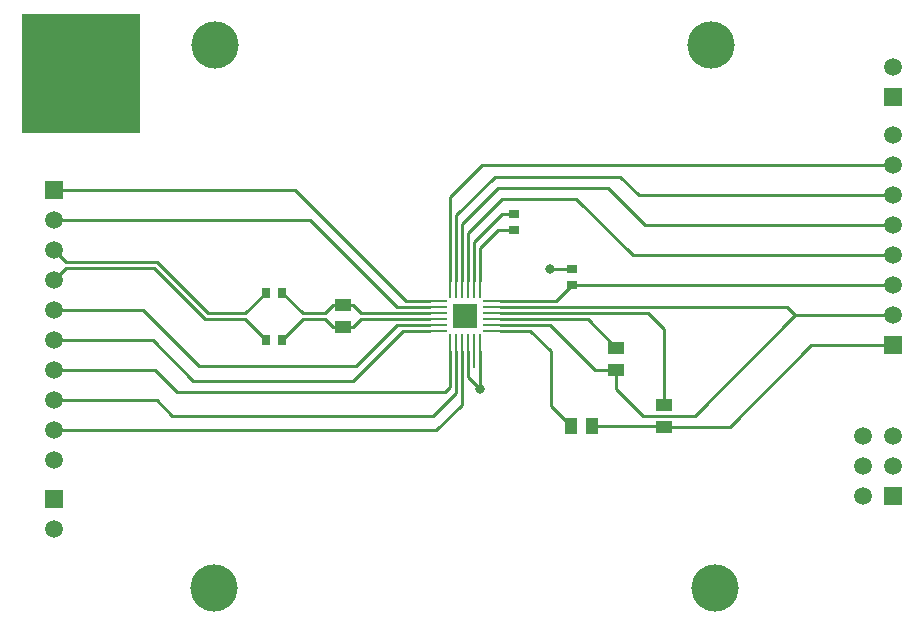
<source format=gtl>
G04*
G04 #@! TF.GenerationSoftware,Altium Limited,Altium Designer,18.0.9 (584)*
G04*
G04 Layer_Physical_Order=1*
G04 Layer_Color=255*
%FSLAX44Y44*%
%MOMM*%
G71*
G01*
G75*
%ADD12C,0.2540*%
%ADD25R,1.4000X1.0500*%
%ADD26R,0.7200X0.8800*%
%ADD27O,3.0000X0.2500*%
%ADD28O,0.2500X3.0000*%
%ADD29R,2.0000X2.0000*%
%ADD30R,0.8800X0.7200*%
%ADD31R,1.0500X1.4000*%
%ADD32R,1.5000X1.5000*%
%ADD33C,1.5000*%
%ADD34C,4.0000*%
%ADD35C,0.8000*%
G36*
X120000Y430000D02*
X20000D01*
Y530000D01*
X120000D01*
Y430000D01*
D02*
G37*
D12*
X303101Y232500D02*
X337653Y267052D01*
X169704Y232500D02*
X303101D01*
X122674Y279530D02*
X169704Y232500D01*
X300601Y220000D02*
X342653Y262052D01*
X164704Y220000D02*
X300601D01*
X130574Y254130D02*
X164704Y220000D01*
X424653Y267052D02*
X467449D01*
X263974Y355730D02*
X337653Y282052D01*
X365653D01*
X337653Y267052D02*
X365653D01*
X208887Y272012D02*
X226347Y254552D01*
X46970Y304930D02*
X57130Y315090D01*
X208887Y277092D02*
X226347Y294552D01*
X177297Y277092D02*
X208887D01*
X46970Y330330D02*
X57130Y320170D01*
X134218D01*
X175193Y272012D02*
X208887D01*
X134218Y320170D02*
X177297Y277092D01*
X132114Y315090D02*
X175193Y272012D01*
X57130Y315090D02*
X132114D01*
X306771Y272051D02*
X365653D01*
X300021Y265301D02*
X306771Y272051D01*
X291751Y265301D02*
X300021D01*
Y283801D02*
X306771Y277052D01*
X291751Y283801D02*
X300021D01*
X306771Y277052D02*
X365653D01*
X283481Y265301D02*
X291751D01*
X276771Y272012D02*
X283481Y265301D01*
X257607Y272012D02*
X276771D01*
X283481Y283801D02*
X291751D01*
X276771Y277092D02*
X283481Y283801D01*
X257607Y277092D02*
X276771D01*
X240147Y294552D02*
X257607Y277092D01*
X240147Y254552D02*
X257607Y272012D01*
X345153Y287051D02*
X365653D01*
X251074Y381130D02*
X345153Y287051D01*
X210250Y381130D02*
X251074D01*
X249750Y355730D02*
X263974D01*
X342653Y262052D02*
X365653D01*
X133874Y203330D02*
X147204Y190000D01*
X46970Y203330D02*
X133874D01*
X132724Y228730D02*
X151454Y210000D01*
X46970Y228730D02*
X132724D01*
X46970Y254130D02*
X130574D01*
X46970Y279530D02*
X122674D01*
X407500Y213000D02*
X407653Y213153D01*
X467500Y198720D02*
X484510Y181710D01*
X467500Y198720D02*
Y245000D01*
X450448Y262052D02*
X467500Y245000D01*
X424653Y262052D02*
X450448D01*
X515720Y383250D02*
X547500Y351470D01*
X423250Y383250D02*
X515720D01*
X392653Y352653D02*
X423250Y383250D01*
X526620Y392750D02*
X542500Y376870D01*
X420250Y392750D02*
X526620D01*
X426250Y373750D02*
X489250D01*
X426295Y361295D02*
X436915D01*
X422648Y347495D02*
X436915D01*
X407653Y332500D02*
X422648Y347495D01*
X407653Y304051D02*
Y332500D01*
X467250Y314500D02*
X467272Y314478D01*
X485977D01*
Y300670D02*
X757700Y300670D01*
X424653Y287051D02*
X472351D01*
X485977Y300678D01*
X397653Y223153D02*
X407653Y213153D01*
Y245051D01*
X424653Y282052D02*
X667719D01*
X498809Y272051D02*
X523040Y247820D01*
X505180Y229320D02*
X523040D01*
X467449Y267052D02*
X505180Y229320D01*
X523040Y212710D02*
Y229320D01*
Y212710D02*
X545500Y190250D01*
X370930Y177930D02*
X392653Y199653D01*
X368000Y190000D02*
X387653Y209653D01*
X151454Y210000D02*
X378000D01*
X382653Y214653D01*
Y375153D02*
X409770Y402270D01*
X387653Y360153D02*
X420250Y392750D01*
X397653Y345153D02*
X426250Y373750D01*
X397653Y304051D02*
Y345153D01*
X402653Y304051D02*
Y337653D01*
X426295Y361295D01*
X667719Y282052D02*
X674500Y275270D01*
X589480Y190250D02*
X674500Y275270D01*
X545500Y190250D02*
X589480D01*
X549949Y277052D02*
X563290Y263710D01*
X424653Y277052D02*
X549949D01*
X424653Y272051D02*
X498809D01*
X489250Y373750D02*
X536930Y326070D01*
X540000D01*
X619170Y181040D02*
X688000Y249870D01*
X563290Y181040D02*
X619170D01*
X563290Y199540D02*
Y263710D01*
X562620Y181710D02*
X563290Y181040D01*
X503010Y181710D02*
X562620D01*
X542500Y376870D02*
X757700Y376870D01*
X382653Y304051D02*
Y375153D01*
X387653Y304051D02*
Y360153D01*
X392653Y304051D02*
Y352653D01*
X397653Y223153D02*
Y245051D01*
X347930Y177930D02*
X370930D01*
X392653Y199653D02*
Y245051D01*
X147204Y190000D02*
X368000D01*
X387653Y209653D02*
Y245051D01*
X382653Y214653D02*
Y245051D01*
X674500Y275270D02*
X757700D01*
X46970Y177930D02*
X347930Y177930D01*
X46970Y355730D02*
X249750Y355730D01*
X47250Y381130D02*
X210250Y381130D01*
X540000Y326070D02*
X757700Y326070D01*
X409770Y402270D02*
X757700Y402270D01*
X547500Y351470D02*
X757700Y351470D01*
X688000Y249870D02*
X757700D01*
D25*
X291751Y283801D02*
D03*
Y265301D02*
D03*
X563290Y199540D02*
D03*
Y181040D02*
D03*
X523040Y247820D02*
D03*
Y229320D02*
D03*
D26*
X226347Y254552D02*
D03*
Y294552D02*
D03*
X240147Y254552D02*
D03*
Y294552D02*
D03*
D27*
X365653Y287051D02*
D03*
Y282052D02*
D03*
Y277052D02*
D03*
Y272051D02*
D03*
Y267052D02*
D03*
Y262052D02*
D03*
X424653D02*
D03*
Y267052D02*
D03*
Y272051D02*
D03*
Y277052D02*
D03*
Y282052D02*
D03*
Y287051D02*
D03*
D28*
X382653Y245051D02*
D03*
X387653D02*
D03*
X392653D02*
D03*
X397653D02*
D03*
X402653D02*
D03*
X407653D02*
D03*
Y304051D02*
D03*
X402653D02*
D03*
X397653D02*
D03*
X392653D02*
D03*
X387653D02*
D03*
X382653D02*
D03*
D29*
X395153Y274552D02*
D03*
D30*
X485977Y300678D02*
D03*
Y314478D02*
D03*
X436915Y347495D02*
D03*
Y361295D02*
D03*
D31*
X503010Y181710D02*
D03*
X484510D02*
D03*
D32*
X757747Y459999D02*
D03*
X47003Y120001D02*
D03*
X757700Y249870D02*
D03*
X757690Y122340D02*
D03*
X46970Y381130D02*
D03*
D33*
X757747Y485399D02*
D03*
X47003Y94601D02*
D03*
X757700Y427670D02*
D03*
Y402270D02*
D03*
Y376870D02*
D03*
Y351470D02*
D03*
Y326070D02*
D03*
Y300670D02*
D03*
Y275270D02*
D03*
X732290Y173140D02*
D03*
Y147740D02*
D03*
Y122340D02*
D03*
X757690Y173140D02*
D03*
Y147740D02*
D03*
X46970Y330330D02*
D03*
Y152530D02*
D03*
Y177930D02*
D03*
Y203330D02*
D03*
Y228730D02*
D03*
Y254130D02*
D03*
Y279530D02*
D03*
Y304930D02*
D03*
Y355730D02*
D03*
D34*
X603072Y504552D02*
D03*
X183210Y503790D02*
D03*
X182702Y44050D02*
D03*
X607136D02*
D03*
D35*
X395153Y274552D02*
D03*
X407500Y213000D02*
D03*
X467250Y314500D02*
D03*
M02*

</source>
